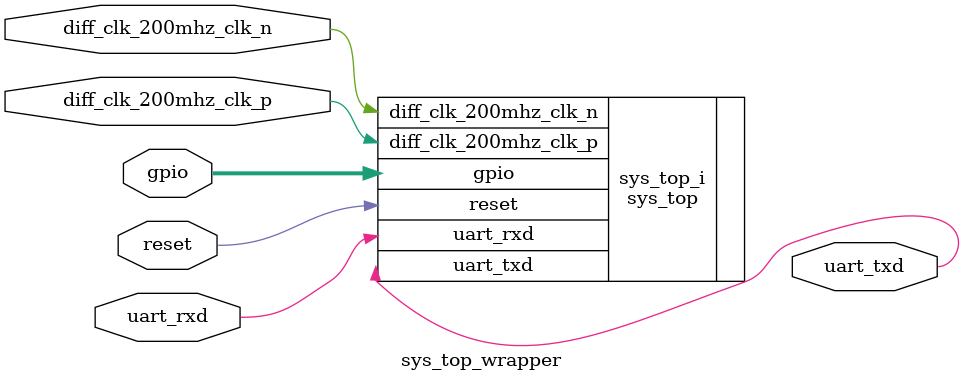
<source format=v>
`timescale 1 ps / 1 ps

module sys_top_wrapper
   (diff_clk_200mhz_clk_n,
    diff_clk_200mhz_clk_p,
    gpio,
    reset,
    uart_rxd,
    uart_txd);
  input diff_clk_200mhz_clk_n;
  input diff_clk_200mhz_clk_p;
  inout [8:0]gpio;
  input reset;
  input uart_rxd;
  output uart_txd;

  wire diff_clk_200mhz_clk_n;
  wire diff_clk_200mhz_clk_p;
  wire [8:0]gpio;
  wire reset;
  wire uart_rxd;
  wire uart_txd;

  sys_top sys_top_i
       (.diff_clk_200mhz_clk_n(diff_clk_200mhz_clk_n),
        .diff_clk_200mhz_clk_p(diff_clk_200mhz_clk_p),
        .gpio(gpio),
        .reset(reset),
        .uart_rxd(uart_rxd),
        .uart_txd(uart_txd));
endmodule

</source>
